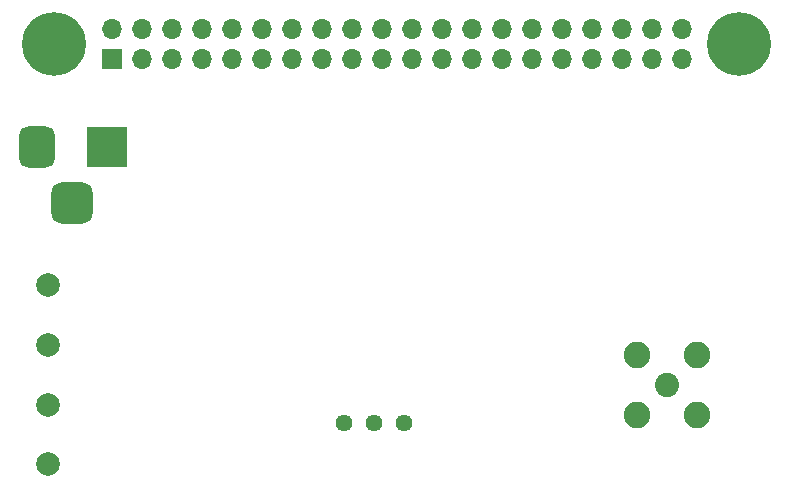
<source format=gbr>
G04 #@! TF.GenerationSoftware,KiCad,Pcbnew,7.0.9*
G04 #@! TF.CreationDate,2024-02-12T17:54:23+00:00*
G04 #@! TF.ProjectId,Radio HAT,52616469-6f20-4484-9154-2e6b69636164,v2*
G04 #@! TF.SameCoordinates,Original*
G04 #@! TF.FileFunction,Soldermask,Bot*
G04 #@! TF.FilePolarity,Negative*
%FSLAX46Y46*%
G04 Gerber Fmt 4.6, Leading zero omitted, Abs format (unit mm)*
G04 Created by KiCad (PCBNEW 7.0.9) date 2024-02-12 17:54:23*
%MOMM*%
%LPD*%
G01*
G04 APERTURE LIST*
G04 Aperture macros list*
%AMRoundRect*
0 Rectangle with rounded corners*
0 $1 Rounding radius*
0 $2 $3 $4 $5 $6 $7 $8 $9 X,Y pos of 4 corners*
0 Add a 4 corners polygon primitive as box body*
4,1,4,$2,$3,$4,$5,$6,$7,$8,$9,$2,$3,0*
0 Add four circle primitives for the rounded corners*
1,1,$1+$1,$2,$3*
1,1,$1+$1,$4,$5*
1,1,$1+$1,$6,$7*
1,1,$1+$1,$8,$9*
0 Add four rect primitives between the rounded corners*
20,1,$1+$1,$2,$3,$4,$5,0*
20,1,$1+$1,$4,$5,$6,$7,0*
20,1,$1+$1,$6,$7,$8,$9,0*
20,1,$1+$1,$8,$9,$2,$3,0*%
G04 Aperture macros list end*
%ADD10C,2.000000*%
%ADD11C,1.440000*%
%ADD12C,2.050000*%
%ADD13C,2.250000*%
%ADD14C,0.800000*%
%ADD15C,5.400000*%
%ADD16R,1.700000X1.700000*%
%ADD17O,1.700000X1.700000*%
%ADD18R,3.500000X3.500000*%
%ADD19RoundRect,0.750000X-0.750000X-1.000000X0.750000X-1.000000X0.750000X1.000000X-0.750000X1.000000X0*%
%ADD20RoundRect,0.875000X-0.875000X-0.875000X0.875000X-0.875000X0.875000X0.875000X-0.875000X0.875000X0*%
G04 APERTURE END LIST*
D10*
X105760524Y-134112000D03*
X105760524Y-139065000D03*
D11*
X130810000Y-135636000D03*
X133350000Y-135636000D03*
X135890000Y-135636000D03*
D12*
X158132044Y-132431000D03*
D13*
X155592044Y-129891000D03*
X155592044Y-134971000D03*
X160672044Y-129891000D03*
X160672044Y-134971000D03*
D14*
X162261044Y-103500000D03*
X162854153Y-102068109D03*
X162854153Y-104931891D03*
X164286044Y-101475000D03*
D15*
X164286044Y-103500000D03*
D14*
X164286044Y-105525000D03*
X165717935Y-102068109D03*
X165717935Y-104931891D03*
X166311044Y-103500000D03*
D16*
X111186044Y-104790000D03*
D17*
X111186044Y-102250000D03*
X113726044Y-104790000D03*
X113726044Y-102250000D03*
X116266044Y-104790000D03*
X116266044Y-102250000D03*
X118806044Y-104790000D03*
X118806044Y-102250000D03*
X121346044Y-104790000D03*
X121346044Y-102250000D03*
X123886044Y-104790000D03*
X123886044Y-102250000D03*
X126426044Y-104790000D03*
X126426044Y-102250000D03*
X128966044Y-104790000D03*
X128966044Y-102250000D03*
X131506044Y-104790000D03*
X131506044Y-102250000D03*
X134046044Y-104790000D03*
X134046044Y-102250000D03*
X136586044Y-104790000D03*
X136586044Y-102250000D03*
X139126044Y-104790000D03*
X139126044Y-102250000D03*
X141666044Y-104790000D03*
X141666044Y-102250000D03*
X144206044Y-104790000D03*
X144206044Y-102250000D03*
X146746044Y-104790000D03*
X146746044Y-102250000D03*
X149286044Y-104790000D03*
X149286044Y-102250000D03*
X151826044Y-104790000D03*
X151826044Y-102250000D03*
X154366044Y-104790000D03*
X154366044Y-102250000D03*
X156906044Y-104790000D03*
X156906044Y-102250000D03*
X159446044Y-104790000D03*
X159446044Y-102250000D03*
D18*
X110786044Y-112300000D03*
D19*
X104786044Y-112300000D03*
D20*
X107786044Y-117000000D03*
D10*
X105786044Y-123952000D03*
X105786044Y-129000000D03*
D14*
X104261044Y-103500000D03*
X104854153Y-102068109D03*
X104854153Y-104931891D03*
X106286044Y-101475000D03*
D15*
X106286044Y-103500000D03*
D14*
X106286044Y-105525000D03*
X107717935Y-102068109D03*
X107717935Y-104931891D03*
X108311044Y-103500000D03*
M02*

</source>
